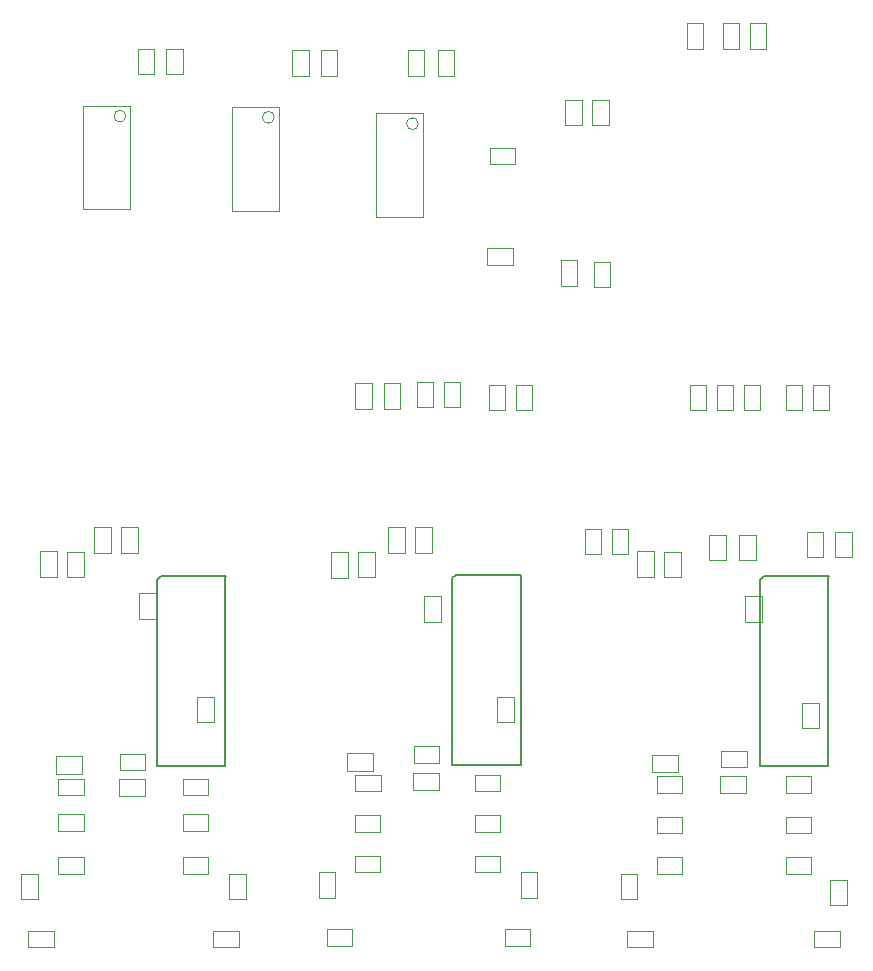
<source format=gbr>
G04 Layer_Color=16711935*
%FSLAX26Y26*%
%MOIN*%
%TF.FileFunction,Other,Mechanical_13*%
%TF.Part,Single*%
G01*
G75*
%TA.AperFunction,NonConductor*%
%ADD32C,0.007874*%
%ADD56C,0.003937*%
D32*
X1666370Y1262591D02*
X1678370Y1274591D01*
X1666370Y640591D02*
Y1262591D01*
Y640591D02*
X1894370D01*
Y1273591D01*
X1895370Y1274591D01*
X1678370D02*
X1895370D01*
X682000Y1257591D02*
X694000Y1269591D01*
X682000Y635591D02*
Y1257591D01*
Y635591D02*
X910000D01*
Y1268591D01*
X911000Y1269591D01*
X694000D02*
X911000D01*
X2692000Y1257591D02*
X2704000Y1269591D01*
X2692000Y635591D02*
Y1257591D01*
Y635591D02*
X2920000D01*
Y1268591D01*
X2921000Y1269591D01*
X2704000D02*
X2921000D01*
D56*
X577709Y2802795D02*
G03*
X577709Y2802795I-19685J0D01*
G01*
X1072709Y2798795D02*
G03*
X1072709Y2798795I-19685J0D01*
G01*
X1552709Y2777795D02*
G03*
X1552709Y2777795I-19685J0D01*
G01*
X1132441Y3022323D02*
X1187559D01*
X1132441Y2937677D02*
X1187559D01*
Y3022323D01*
X1132441Y2937677D02*
Y3022323D01*
X1617441Y2937677D02*
X1672559D01*
X1617441Y3022323D02*
X1672559D01*
X1617441Y2937677D02*
Y3022323D01*
X1672559Y2937677D02*
Y3022323D01*
X617441Y3027323D02*
X672559D01*
X617441Y2942677D02*
X672559D01*
Y3027323D01*
X617441Y2942677D02*
Y3027323D01*
X2137441Y2232677D02*
X2192559D01*
X2137441Y2317323D02*
X2192559D01*
Y2232677D02*
Y2317323D01*
X2137441Y2232677D02*
Y2317323D01*
X2132441Y2857323D02*
X2187559D01*
X2132441Y2772677D02*
X2187559D01*
X2132441D02*
Y2857323D01*
X2187559Y2772677D02*
Y2857323D01*
X2027441Y2237677D02*
X2082559D01*
X2027441Y2322323D02*
X2082559D01*
Y2237677D02*
Y2322323D01*
X2027441Y2237677D02*
Y2322323D01*
X2042441Y2857323D02*
X2097559D01*
X2042441Y2772677D02*
X2097559D01*
X2042441D02*
Y2857323D01*
X2097559Y2772677D02*
Y2857323D01*
X1782677Y2307441D02*
Y2362559D01*
X1867323Y2307441D02*
Y2362559D01*
X1782677Y2307441D02*
X1867323D01*
X1782677Y2362559D02*
X1867323D01*
X1791610Y2642441D02*
Y2697559D01*
X1876256Y2642441D02*
Y2697559D01*
X1791610Y2642441D02*
X1876256D01*
X1791610Y2697559D02*
X1876256D01*
X2447441Y3027677D02*
X2502559D01*
X2447441Y3112323D02*
X2502559D01*
X2447441Y3027677D02*
Y3112323D01*
X2502559Y3027677D02*
Y3112323D01*
X2567441Y3027677D02*
X2622559D01*
X2567441Y3112323D02*
X2622559D01*
X2567441Y3027677D02*
Y3112323D01*
X2622559Y3027677D02*
Y3112323D01*
X2657441Y3027677D02*
X2712559D01*
X2657441Y3112323D02*
X2712559D01*
X2657441Y3027677D02*
Y3112323D01*
X2712559Y3027677D02*
Y3112323D01*
X2457441Y1822677D02*
X2512559D01*
X2457441Y1907323D02*
X2512559D01*
X2457441Y1822677D02*
Y1907323D01*
X2512559Y1822677D02*
Y1907323D01*
X2637441Y1822047D02*
X2692559D01*
X2637441Y1906693D02*
X2692559D01*
X2637441Y1822047D02*
Y1906693D01*
X2692559Y1822047D02*
Y1906693D01*
X2547441Y1907323D02*
X2602559D01*
X2547441Y1822677D02*
X2602559D01*
Y1907323D01*
X2547441Y1822677D02*
Y1907323D01*
X2107441Y1342677D02*
Y1427323D01*
X2162559Y1342677D02*
Y1427323D01*
X2107441D02*
X2162559D01*
X2107441Y1342677D02*
X2162559D01*
X2252559Y1342677D02*
Y1427323D01*
X2197441Y1342677D02*
Y1427323D01*
Y1342677D02*
X2252559D01*
X2197441Y1427323D02*
X2252559D01*
X562441Y1347677D02*
Y1432323D01*
X617559Y1347677D02*
Y1432323D01*
X562441D02*
X617559D01*
X562441Y1347677D02*
X617559D01*
X527559Y1347677D02*
Y1432323D01*
X472441Y1347677D02*
Y1432323D01*
Y1347677D02*
X527559D01*
X472441Y1432323D02*
X527559D01*
X1542441Y1347677D02*
Y1432323D01*
X1597559Y1347677D02*
Y1432323D01*
X1542441D02*
X1597559D01*
X1542441Y1347677D02*
X1597559D01*
X1507559Y1347677D02*
Y1432323D01*
X1452441Y1347677D02*
Y1432323D01*
Y1347677D02*
X1507559D01*
X1452441Y1432323D02*
X1507559D01*
X1352441Y1266265D02*
Y1350911D01*
X1407559Y1266265D02*
Y1350911D01*
X1352441D02*
X1407559D01*
X1352441Y1266265D02*
X1407559D01*
X1316063Y678543D02*
X1402677D01*
X1316063Y621457D02*
X1402677D01*
Y678543D01*
X1316063Y621457D02*
Y678543D01*
X1261457Y1263869D02*
Y1350483D01*
X1318543Y1263869D02*
Y1350483D01*
X1261457D02*
X1318543D01*
X1261457Y1263869D02*
X1318543D01*
X382441Y1266265D02*
Y1350911D01*
X437559Y1266265D02*
Y1350911D01*
X382441D02*
X437559D01*
X382441Y1266265D02*
X437559D01*
X291457Y1266693D02*
Y1353307D01*
X348543Y1266693D02*
Y1353307D01*
X291457D02*
X348543D01*
X291457Y1266693D02*
X348543D01*
X346693Y668543D02*
X433307D01*
X346693Y611457D02*
X433307D01*
Y668543D01*
X346693Y611457D02*
Y668543D01*
X593457Y2491772D02*
Y2838228D01*
X435976Y2491772D02*
Y2838228D01*
X593457D01*
X435976Y2491772D02*
X593457D01*
X1088457Y2487772D02*
Y2834228D01*
X930976Y2487772D02*
Y2834228D01*
X1088457D01*
X930976Y2487772D02*
X1088457D01*
X1568457Y2466772D02*
Y2813228D01*
X1410976Y2466772D02*
Y2813228D01*
X1568457D01*
X1410976Y2466772D02*
X1568457D01*
X2331693Y673543D02*
X2418307D01*
X2331693Y616457D02*
X2418307D01*
Y673543D01*
X2331693Y616457D02*
Y673543D01*
X2281457Y1266693D02*
Y1353307D01*
X2338543Y1266693D02*
Y1353307D01*
X2281457D02*
X2338543D01*
X2281457Y1266693D02*
X2338543D01*
X2372441Y1266265D02*
Y1350911D01*
X2427559Y1266265D02*
Y1350911D01*
X2372441D02*
X2427559D01*
X2372441Y1266265D02*
X2427559D01*
X2677559Y1322677D02*
Y1407323D01*
X2622441Y1322677D02*
Y1407323D01*
Y1322677D02*
X2677559D01*
X2622441Y1407323D02*
X2677559D01*
X2522441Y1322677D02*
Y1407323D01*
X2577559Y1322677D02*
Y1407323D01*
X2522441D02*
X2577559D01*
X2522441Y1322677D02*
X2577559D01*
X2997559Y1332677D02*
Y1417323D01*
X2942441Y1332677D02*
Y1417323D01*
Y1332677D02*
X2997559D01*
X2942441Y1417323D02*
X2997559D01*
X2847441Y1332677D02*
Y1417323D01*
X2902559Y1332677D02*
Y1417323D01*
X2847441D02*
X2902559D01*
X2847441Y1332677D02*
X2902559D01*
X1547441Y1832677D02*
X1602559D01*
X1547441Y1917323D02*
X1602559D01*
X1547441Y1832677D02*
Y1917323D01*
X1602559Y1832677D02*
Y1917323D01*
X1637441Y1917323D02*
X1692559D01*
X1637441Y1832677D02*
X1692559D01*
Y1917323D01*
X1637441Y1832677D02*
Y1917323D01*
X1787441Y1822677D02*
X1842559D01*
X1787441Y1907323D02*
X1842559D01*
X1787441Y1822677D02*
Y1907323D01*
X1842559Y1822677D02*
Y1907323D01*
X1877441Y1907323D02*
X1932559D01*
X1877441Y1822677D02*
X1932559D01*
Y1907323D01*
X1877441Y1822677D02*
Y1907323D01*
X1342441Y1827677D02*
X1397559D01*
X1342441Y1912323D02*
X1397559D01*
X1342441Y1827677D02*
Y1912323D01*
X1397559Y1827677D02*
Y1912323D01*
X1437441Y1912323D02*
X1492559D01*
X1437441Y1827677D02*
X1492559D01*
Y1912323D01*
X1437441Y1827677D02*
Y1912323D01*
X2777441Y1822677D02*
X2832559D01*
X2777441Y1907323D02*
X2832559D01*
X2777441Y1822677D02*
Y1907323D01*
X2832559Y1822677D02*
Y1907323D01*
X2867441Y1822677D02*
X2922559D01*
X2867441Y1907323D02*
X2922559D01*
X2867441Y1822677D02*
Y1907323D01*
X2922559Y1822677D02*
Y1907323D01*
X1537047Y702559D02*
X1621693D01*
X1537047Y647441D02*
X1621693D01*
X1537047D02*
Y702559D01*
X1621693Y647441D02*
Y702559D01*
X1742047Y337559D02*
X1826693D01*
X1742047Y282441D02*
X1826693D01*
X1742047D02*
Y337559D01*
X1826693Y282441D02*
Y337559D01*
X1742047Y417441D02*
X1826693D01*
X1742047Y472559D02*
X1826693D01*
Y417441D02*
Y472559D01*
X1742047Y417441D02*
Y472559D01*
X1742047Y607559D02*
X1826693D01*
X1742047Y552441D02*
X1826693D01*
X1742047D02*
Y607559D01*
X1826693Y552441D02*
Y607559D01*
X1949331Y197677D02*
Y282323D01*
X1894213Y197677D02*
Y282323D01*
X1949331D01*
X1894213Y197677D02*
X1949331D01*
X1842047Y37441D02*
X1926693D01*
X1842047Y92559D02*
X1926693D01*
Y37441D02*
Y92559D01*
X1842047Y37441D02*
Y92559D01*
X1342677Y552441D02*
X1427323D01*
X1342677Y607559D02*
X1427323D01*
Y552441D02*
Y607559D01*
X1342677Y552441D02*
Y607559D01*
X1342047Y472559D02*
X1426693D01*
X1342047Y417441D02*
X1426693D01*
X1342047D02*
Y472559D01*
X1426693Y417441D02*
Y472559D01*
X1342047Y282441D02*
X1426693D01*
X1342047Y337559D02*
X1426693D01*
Y282441D02*
Y337559D01*
X1342047Y282441D02*
Y337559D01*
X1276929Y197677D02*
Y282323D01*
X1221811Y197677D02*
Y282323D01*
X1276929D01*
X1221811Y197677D02*
X1276929D01*
X1247047Y92559D02*
X1331693D01*
X1247047Y37441D02*
X1331693D01*
X1247047D02*
Y92559D01*
X1331693Y37441D02*
Y92559D01*
X1815827Y781693D02*
Y868307D01*
X1872913Y781693D02*
Y868307D01*
X1815827Y781693D02*
X1872913D01*
X1815827Y868307D02*
X1872913D01*
X1536063Y613543D02*
X1622677D01*
X1536063Y556457D02*
X1622677D01*
X1536063D02*
Y613543D01*
X1622677Y556457D02*
Y613543D01*
X1628543Y1116693D02*
Y1203307D01*
X1571457Y1116693D02*
Y1203307D01*
X1628543D01*
X1571457Y1116693D02*
X1628543D01*
X352677Y538508D02*
X437323D01*
X352677Y593626D02*
X437323D01*
Y538508D02*
Y593626D01*
X352677Y538508D02*
Y593626D01*
X352677Y476492D02*
X437323D01*
X352677Y421374D02*
X437323D01*
X352677D02*
Y476492D01*
X437323Y421374D02*
Y476492D01*
X352677Y277441D02*
X437323D01*
X352677Y332559D02*
X437323D01*
Y277441D02*
Y332559D01*
X352677Y277441D02*
Y332559D01*
X285020Y192677D02*
Y277323D01*
X229901Y192677D02*
Y277323D01*
X285020D01*
X229901Y192677D02*
X285020D01*
X252539Y87559D02*
X337185D01*
X252539Y32441D02*
X337185D01*
X252539D02*
Y87559D01*
X337185Y32441D02*
Y87559D01*
X767677Y593626D02*
X852323D01*
X767677Y538508D02*
X852323D01*
X767677D02*
Y593626D01*
X852323Y538508D02*
Y593626D01*
X767677Y421374D02*
X852323D01*
X767677Y476492D02*
X852323D01*
Y421374D02*
Y476492D01*
X767677Y421374D02*
Y476492D01*
X767677Y332559D02*
X852323D01*
X767677Y277441D02*
X852323D01*
X767677D02*
Y332559D01*
X852323Y277441D02*
Y332559D01*
X977421Y192677D02*
Y277323D01*
X922303Y192677D02*
Y277323D01*
X977421D01*
X922303Y192677D02*
X977421D01*
X870138Y32441D02*
X954784D01*
X870138Y87559D02*
X954784D01*
Y32441D02*
Y87559D01*
X870138Y32441D02*
Y87559D01*
X557677Y677559D02*
X642323D01*
X557677Y622441D02*
X642323D01*
X557677D02*
Y677559D01*
X642323Y622441D02*
Y677559D01*
X556693Y593543D02*
X643307D01*
X556693Y536457D02*
X643307D01*
X556693D02*
Y593543D01*
X643307Y536457D02*
Y593543D01*
X816457Y781693D02*
Y868307D01*
X873543Y781693D02*
Y868307D01*
X816457Y781693D02*
X873543D01*
X816457Y868307D02*
X873543D01*
X2831457Y761693D02*
Y848307D01*
X2888543Y761693D02*
Y848307D01*
X2831457Y761693D02*
X2888543D01*
X2831457Y848307D02*
X2888543D01*
X2560281Y604083D02*
X2646895D01*
X2560281Y546996D02*
X2646895D01*
X2560281D02*
Y604083D01*
X2646895Y546996D02*
Y604083D01*
X2698543Y1116693D02*
Y1203307D01*
X2641457Y1116693D02*
Y1203307D01*
X2698543D01*
X2641457Y1116693D02*
X2698543D01*
X2562677Y687559D02*
X2647323D01*
X2562677Y632441D02*
X2647323D01*
X2562677D02*
Y687559D01*
X2647323Y632441D02*
Y687559D01*
X2872677Y32441D02*
X2957323D01*
X2872677Y87559D02*
X2957323D01*
Y32441D02*
Y87559D01*
X2872677Y32441D02*
Y87559D01*
X2981929Y172677D02*
Y257323D01*
X2926811Y172677D02*
Y257323D01*
X2981929D01*
X2926811Y172677D02*
X2981929D01*
X2777677Y332559D02*
X2862323D01*
X2777677Y277441D02*
X2862323D01*
X2777677D02*
Y332559D01*
X2862323Y277441D02*
Y332559D01*
X2777677Y412441D02*
X2862323D01*
X2777677Y467559D02*
X2862323D01*
Y412441D02*
Y467559D01*
X2777677Y412441D02*
Y467559D01*
X2777677Y602559D02*
X2862323D01*
X2777677Y547441D02*
X2862323D01*
X2777677D02*
Y602559D01*
X2862323Y547441D02*
Y602559D01*
X2250079Y87559D02*
X2334724D01*
X2250079Y32441D02*
X2334724D01*
X2250079D02*
Y87559D01*
X2334724Y32441D02*
Y87559D01*
X2282559Y192677D02*
Y277323D01*
X2227441Y192677D02*
Y277323D01*
X2282559D01*
X2227441Y192677D02*
X2282559D01*
X2347677Y277441D02*
X2432323D01*
X2347677Y332559D02*
X2432323D01*
Y277441D02*
Y332559D01*
X2347677Y277441D02*
Y332559D01*
X2347677Y467559D02*
X2432323D01*
X2347677Y412441D02*
X2432323D01*
X2347677D02*
Y467559D01*
X2432323Y412441D02*
Y467559D01*
X2347677Y547441D02*
X2432323D01*
X2347677Y602559D02*
X2432323D01*
Y547441D02*
Y602559D01*
X2347677Y547441D02*
Y602559D01*
X678543Y1126693D02*
Y1213307D01*
X621457Y1126693D02*
Y1213307D01*
X678543D01*
X621457Y1126693D02*
X678543D01*
X1572559Y2937677D02*
Y3022323D01*
X1517441Y2937677D02*
Y3022323D01*
X1572559D01*
X1517441Y2937677D02*
X1572559D01*
X1282559D02*
Y3022323D01*
X1227441Y2937677D02*
Y3022323D01*
X1282559D01*
X1227441Y2937677D02*
X1282559D01*
X712441Y2942677D02*
Y3027323D01*
X767559Y2942677D02*
Y3027323D01*
X712441D02*
X767559D01*
X712441Y2942677D02*
X767559D01*
%TF.MD5,a2f1d2d2286565d6682eb1813446a18f*%
M02*

</source>
